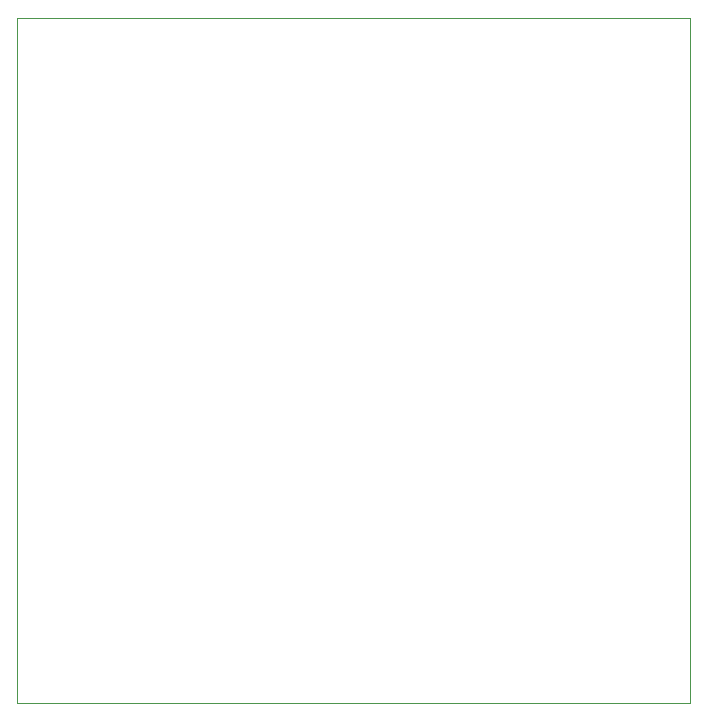
<source format=gbr>
G04 #@! TF.GenerationSoftware,KiCad,Pcbnew,5.1.5+dfsg1-2build2*
G04 #@! TF.CreationDate,2020-09-08T01:32:30-04:00*
G04 #@! TF.ProjectId,multi-avr,6d756c74-692d-4617-9672-2e6b69636164,rev?*
G04 #@! TF.SameCoordinates,Original*
G04 #@! TF.FileFunction,Profile,NP*
%FSLAX46Y46*%
G04 Gerber Fmt 4.6, Leading zero omitted, Abs format (unit mm)*
G04 Created by KiCad (PCBNEW 5.1.5+dfsg1-2build2) date 2020-09-08 01:32:30*
%MOMM*%
%LPD*%
G04 APERTURE LIST*
%ADD10C,0.050000*%
G04 APERTURE END LIST*
D10*
X83000000Y-29000000D02*
X83000000Y-31000000D01*
X140000000Y-29000000D02*
X83000000Y-29000000D01*
X140000000Y-87000000D02*
X140000000Y-29000000D01*
X83000000Y-87000000D02*
X140000000Y-87000000D01*
X83000000Y-31000000D02*
X83000000Y-87000000D01*
M02*

</source>
